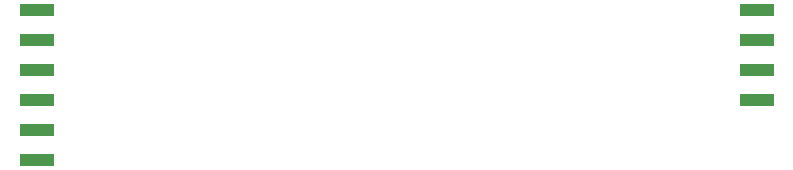
<source format=gbp>
G04 MADE WITH FRITZING*
G04 WWW.FRITZING.ORG*
G04 DOUBLE SIDED*
G04 HOLES PLATED*
G04 CONTOUR ON CENTER OF CONTOUR VECTOR*
%ASAXBY*%
%FSLAX23Y23*%
%MOIN*%
%OFA0B0*%
%SFA1.0B1.0*%
%ADD10R,0.118110X0.039370*%
%ADD11R,0.001000X0.001000*%
%LNPASTEMASK0*%
G90*
G70*
G54D10*
X139Y569D03*
X139Y669D03*
X139Y769D03*
X139Y469D03*
X139Y369D03*
X139Y269D03*
X2539Y469D03*
X2539Y569D03*
X2539Y669D03*
X2539Y769D03*
G54D11*
D02*
G04 End of PasteMask0*
M02*
</source>
